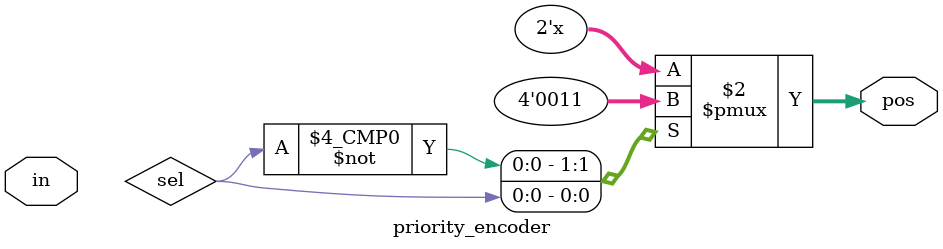
<source format=v>
module priority_encoder( 
input [2:0] in,
output reg [1:0] pos ); 
// When sel=1, assign b to out
always @(in or sel)
case (sel)
1'b0: pos=2'b00;
1'b1: pos=2'b11;
default: pos=2'b00;
endcase
endmodule

</source>
